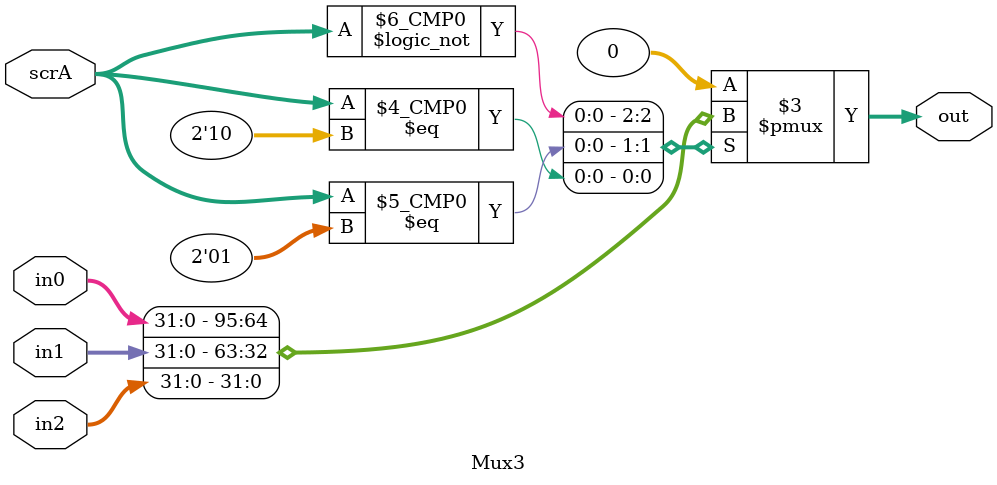
<source format=v>
module Mux3 #(parameter WIDTH = 32) (
    input [WIDTH-1:0] in0, in1, in2,    
    input [1:0] scrA,                    
    output reg [WIDTH-1:0] out          
);

    always @(*) begin
        case(scrA)
            2'b00: out = in0;  
            2'b01: out = in1;  
            2'b10: out = in2;  
            default: out = {WIDTH{1'b0}}; 
        endcase
    end

endmodule
</source>
